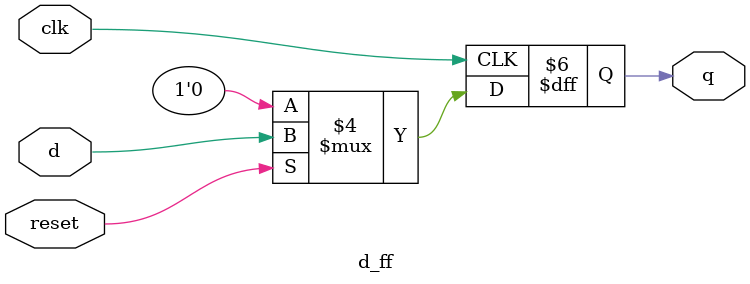
<source format=v>
module d_ff(q,d,clk,reset);
	input d, clk, reset;
	output q;
	reg q;
	always @ (posedge clk) begin
		if (!reset) 
			q <= 1'b0;
		else 
			q <= d;
	end
endmodule
</source>
